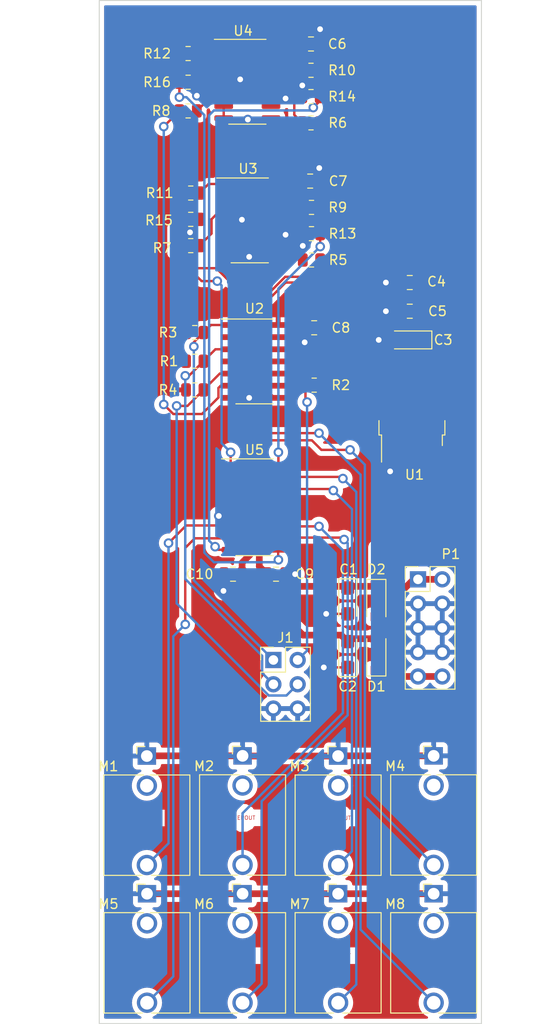
<source format=kicad_pcb>
(kicad_pcb (version 20211014) (generator pcbnew)
  (layers (0 "F.Cu" signal) (31 "B.Cu" signal) (34 "B.Paste" user) (35 "F.Paste" user) (36 "B.SilkS" user "B.Silkscreen") (37 "F.SilkS" user "F.Silkscreen") (38 "B.Mask" user) (39 "F.Mask" user) (44 "Edge.Cuts" user))
  (net 0 "")
  (net 1 "+12V")
  (net 2 "GND")
  (net 3 "-12V")
  (net 4 "+5V")
  (net 5 "Net-(D1-Pad1)")
  (net 6 "Net-(D2-Pad2)")
  (net 7 "/SW1")
  (net 8 "/SW4")
  (net 9 "/SW2")
  (net 10 "/SW3")
  (net 11 "/IN4")
  (net 13 "/IN3")
  (net 15 "/IN2")
  (net 17 "/IN1")
  (net 19 "/OUT4")
  (net 21 "/OUT3")
  (net 23 "/OUT2")
  (net 25 "/OUT1")
  (net 27 "Net-(R5-Pad1)")
  (net 28 "Net-(R5-Pad2)")
  (net 29 "Net-(R6-Pad1)")
  (net 30 "Net-(R6-Pad2)")
  (net 31 "Net-(R7-Pad1)")
  (net 32 "Net-(R7-Pad2)")
  (net 33 "Net-(R8-Pad1)")
  (net 34 "Net-(R8-Pad2)")
  (net 35 "/S2")
  (net 36 "Net-(R9-Pad2)")
  (net 37 "/S4")
  (net 38 "Net-(R10-Pad2)")
  (net 39 "/S1")
  (net 40 "Net-(R11-Pad2)")
  (net 41 "/S3")
  (net 42 "Net-(R12-Pad2)")
  (net 43 "Net-(U3-Pad2)")
  (net 44 "Net-(U3-Pad12)")
  (net 45 "Net-(U4-Pad2)")
  (net 46 "Net-(U4-Pad12)")
  (footprint "Capacitor_SMD:C_0805_2012Metric" (layer "F.Cu") (at 147.5 72.5 180)
    (fp_text reference "C4")
    (fp_text value "100N")
  )
  (footprint "Resistor_SMD:R_0805_2012Metric" (layer "F.Cu") (at 124.575 65.89 180)
    (fp_text reference "R15")
    (fp_text value "22K")
  )
  (footprint "new_kicad:Jack_3.5mm_QingPu_WQP-PJ398SM_Vertical_CircularHolesKEEPOUT" (layer "F.Cu") (at 130 136.42)
    (fp_text reference "M6")
    (fp_text value "AUDIO-JACKERTHENVAR-PJ398")
  )
  (footprint "Resistor_SMD:R_0805_2012Metric" (layer "F.Cu") (at 137.2125 64.64 180)
    (fp_text reference "R9")
    (fp_text value "1K")
  )
  (footprint "Resistor_SMD:R_0805_2012Metric" (layer "F.Cu") (at 137.1625 55.8)
    (fp_text reference "R6")
    (fp_text value "1K")
  )
  (footprint "Resistor_SMD:R_0805_2012Metric" (layer "F.Cu") (at 124.995 83.73)
    (fp_text reference "R4")
    (fp_text value "4.7M")
  )
  (footprint "Connector_PinHeader_2.54mm:PinHeader_2x05_P2.54mm_Vertical" (layer "F.Cu") (at 148.36 103.54)
    (fp_text reference "P1")
    (fp_text value "CONN_02X05")
  )
  (footprint "Capacitor_SMD:C_0805_2012Metric" (layer "F.Cu") (at 137.1625 47.55 180)
    (fp_text reference "C6")
    (fp_text value "100NF")
  )
  (footprint "Package_SO:SOIC-14_3.9x8.7mm_P1.27mm" (layer "F.Cu") (at 130.5 51.5)
    (fp_text reference "U4")
    (fp_text value "4013")
  )
  (footprint "Capacitor_Tantalum_SMD:CP_EIA-3216-18_Kemet-A" (layer "F.Cu") (at 147.5 78.5 180)
    (fp_text reference "C3")
    (fp_text value "10u")
  )
  (footprint "Resistor_SMD:R_0805_2012Metric" (layer "F.Cu") (at 137.2125 70.14)
    (fp_text reference "R5")
    (fp_text value "1K")
  )
  (footprint "Resistor_SMD:R_0805_2012Metric" (layer "F.Cu") (at 124.3 51.55 180)
    (fp_text reference "R16")
    (fp_text value "22K")
  )
  (footprint "new_kicad:Jack_3.5mm_QingPu_WQP-PJ398SM_Vertical_CircularHolesKEEPOUT" (layer "F.Cu") (at 150 122)
    (fp_text reference "M4")
    (fp_text value "AUDIO-JACKERTHENVAR-PJ398")
  )
  (footprint "Resistor_SMD:R_0805_2012Metric" (layer "F.Cu") (at 124.575 63.14)
    (fp_text reference "R11")
    (fp_text value "1K")
  )
  (footprint "Resistor_SMD:R_0805_2012Metric" (layer "F.Cu") (at 137.1625 50.3 180)
    (fp_text reference "R10")
    (fp_text value "1K")
  )
  (footprint "new_kicad:Jack_3.5mm_QingPu_WQP-PJ398SM_Vertical_CircularHolesKEEPOUT" (layer "F.Cu") (at 140 136.42)
    (fp_text reference "M7")
    (fp_text value "AUDIO-JACKERTHENVAR-PJ398")
  )
  (footprint "new_kicad:Jack_3.5mm_QingPu_WQP-PJ398SM_Vertical_CircularHolesKEEPOUT" (layer "F.Cu") (at 130 122)
    (fp_text reference "M2")
    (fp_text value "AUDIO-JACKERTHENVAR-PJ398")
  )
  (footprint "Resistor_SMD:R_0805_2012Metric" (layer "F.Cu") (at 124.995 80.73)
    (fp_text reference "R1")
    (fp_text value "4.7M")
  )
  (footprint "Capacitor_SMD:C_0805_2012Metric" (layer "F.Cu") (at 137.495 77.23)
    (fp_text reference "C8")
    (fp_text value "100NF")
  )
  (footprint "Resistor_SMD:R_0805_2012Metric" (layer "F.Cu") (at 137.495 83.23 180)
    (fp_text reference "R2")
    (fp_text value "4.7M")
  )
  (footprint "new_kicad:Jack_3.5mm_QingPu_WQP-PJ398SM_Vertical_CircularHolesKEEPOUT" (layer "F.Cu") (at 120 136.42)
    (fp_text reference "M5")
    (fp_text value "AUDIO-JACKERTHENVAR-PJ398")
  )
  (footprint "new_kicad:Jack_3.5mm_QingPu_WQP-PJ398SM_Vertical_CircularHolesKEEPOUT" (layer "F.Cu") (at 150 136.42)
    (fp_text reference "M8")
    (fp_text value "AUDIO-JACKERTHENVAR-PJ398")
  )
  (footprint "new_kicad:Jack_3.5mm_QingPu_WQP-PJ398SM_Vertical_CircularHolesKEEPOUT" (layer "F.Cu") (at 140 122.02)
    (fp_text reference "M3")
    (fp_text value "AUDIO-JACKERTHENVAR-PJ398")
  )
  (footprint "Diode_SMD:D_SOD-123" (layer "F.Cu") (at 144 111.4 90)
    (fp_text reference "D1")
    (fp_text value "1N5819")
  )
  (footprint "Package_SO:SOIC-14_3.9x8.7mm_P1.27mm" (layer "F.Cu") (at 131.25 80.75)
    (fp_text reference "U2")
    (fp_text value "40106")
  )
  (footprint "Resistor_SMD:R_0805_2012Metric" (layer "F.Cu") (at 124.3 48.55)
    (fp_text reference "R12")
    (fp_text value "1K")
  )
  (footprint "new_kicad:Jack_3.5mm_QingPu_WQP-PJ398SM_Vertical_CircularHolesKEEPOUT" (layer "F.Cu") (at 119.98 122.02)
    (fp_text reference "M1")
    (fp_text value "AUDIO-JACKERTHENVAR-PJ398")
  )
  (footprint "Resistor_SMD:R_0805_2012Metric" (layer "F.Cu") (at 124.3 54.55 180)
    (fp_text reference "R8")
    (fp_text value "1K")
  )
  (footprint "Diode_SMD:D_SOD-123" (layer "F.Cu") (at 144 105.8 -90)
    (fp_text reference "D2")
    (fp_text value "1N5819")
  )
  (footprint "Package_SO:SOIC-16_3.9x9.9mm_P1.27mm" (layer "F.Cu") (at 131.25 96)
    (fp_text reference "U5")
    (fp_text value "ADG412BNZ")
  )
  (footprint "Package_SO:SOIC-14_3.9x8.7mm_P1.27mm" (layer "F.Cu") (at 130.75 66)
    (fp_text reference "U3")
    (fp_text value "4013")
  )
  (footprint "Capacitor_SMD:C_0805_2012Metric" (layer "F.Cu") (at 133.5 103 180)
    (fp_text reference "C9")
    (fp_text value "100NF")
  )
  (footprint "Resistor_SMD:R_0805_2012Metric" (layer "F.Cu") (at 137.2125 67.39)
    (fp_text reference "R13")
    (fp_text value "22K")
  )
  (footprint "Resistor_SMD:R_0805_2012Metric" (layer "F.Cu") (at 137.1625 53.05)
    (fp_text reference "R14")
    (fp_text value "22K")
  )
  (footprint "Capacitor_Tantalum_SMD:CP_EIA-3216-18_Kemet-A" (layer "F.Cu") (at 141 105.8 -90)
    (fp_text reference "C1")
    (fp_text value "10u")
  )
  (footprint "Capacitor_SMD:C_0805_2012Metric" (layer "F.Cu") (at 129 103)
    (fp_text reference "C10")
    (fp_text value "100NF")
  )
  (footprint "Connector_PinHeader_2.54mm:PinHeader_2x03_P2.54mm_Vertical" (layer "F.Cu") (at 133.225 111.975)
    (fp_text reference "J1")
    (fp_text value "Conn_02x03_Odd_Even")
  )
  (footprint "Capacitor_SMD:C_0805_2012Metric" (layer "F.Cu") (at 137.075 61.89 180)
    (fp_text reference "C7")
    (fp_text value "100NF")
  )
  (footprint "Capacitor_SMD:C_0805_2012Metric" (layer "F.Cu") (at 147.5 75.5)
    (fp_text reference "C5")
    (fp_text value "100NF")
  )
  (footprint "Package_TO_SOT_SMD:TO-252-2" (layer "F.Cu") (at 147.725 85.975 90)
    (fp_text reference "U1")
    (fp_text value "LM1117-5.0")
  )
  (footprint "Capacitor_Tantalum_SMD:CP_EIA-3216-18_Kemet-A" (layer "F.Cu") (at 141 111.4 90)
    (fp_text reference "C2")
    (fp_text value "10u")
  )
  (footprint "Resistor_SMD:R_0805_2012Metric" (layer "F.Cu") (at 124.575 68.64 180)
    (fp_text reference "R7")
    (fp_text value "1K")
  )
  (footprint "Resistor_SMD:R_0805_2012Metric" (layer "F.Cu") (at 124.995 77.73)
    (fp_text reference "R3")
    (fp_text value "4.7M")
  )
  (gr_line locked (start 155 150) (end 155 43) (layer "Edge.Cuts") (width 0.1))
  (gr_line locked (start 115 43) (end 115 150) (layer "Edge.Cuts") (width 0.1))
  (gr_line locked (start 115 150) (end 155 150) (layer "Edge.Cuts") (width 0.1))
  (gr_line locked (start 155 43) (end 115 43) (layer "Edge.Cuts") (width 0.1))
  (segment (start 144 100.25) (end 144 104.15) (width 0.7) (layer "F.Cu") (net 1))
  (segment (start 133.825 104.275) (end 132.55 103) (width 0.7) (layer "F.Cu") (net 1))
  (segment (start 143.875 104.275) (end 133.825 104.275) (width 0.7) (layer "F.Cu") (net 1))
  (segment (start 131.75 96.645051) (end 133.030051 95.365) (width 0.7) (layer "F.Cu") (net 1))
  (segment (start 132.55 103) (end 131.75 102.2) (width 0.7) (layer "F.Cu") (net 1))
  (segment (start 150.005 90.175) (end 150.005 94.245) (width 0.7) (layer "F.Cu") (net 1))
  (segment (start 150.005 94.245) (end 144 100.25) (width 0.7) (layer "F.Cu") (net 1))
  (segment (start 144 104.15) (end 143.875 104.275) (width 0.7) (layer "F.Cu") (net 1))
  (segment (start 131.75 102.2) (end 131.75 96.645051) (width 0.7) (layer "F.Cu") (net 1))
  (segment (start 133.030051 95.365) (end 133.725 95.365) (width 0.7) (layer "F.Cu") (net 1))
  (segment (start 132.975 52.77) (end 134.02 52.77) (width 0.25) (layer "F.Cu") (net 2))
  (segment (start 127.786508 96.635) (end 127.510754 96.910754) (width 0.25) (layer "F.Cu") (net 2))
  (segment (start 128.05 104.7) (end 128 104.75) (width 0.25) (layer "F.Cu") (net 2))
  (segment (start 128.025 54.04) (end 128.025 55.31) (width 0.25) (layer "F.Cu") (net 2))
  (segment (start 146.55 72.5) (end 145 72.5) (width 0.25) (layer "F.Cu") (net 2))
  (segment (start 145.445 90.175) (end 145.445 92.25) (width 0.25) (layer "F.Cu") (net 2))
  (segment (start 128.275 66) (end 129.858578 66) (width 0.25) (layer "F.Cu") (net 2))
  (segment (start 146.15 78.5) (end 144.25 78.5) (width 0.25) (layer "F.Cu") (net 2))
  (segment (start 128.025 55.31) (end 130.41 55.31) (width 0.25) (layer "F.Cu") (net 2))
  (segment (start 134.45 103) (end 135.5 103) (width 0.25) (layer "F.Cu") (net 2))
  (segment (start 128.775 96.635) (end 127.786508 96.635) (width 0.25) (layer "F.Cu") (net 2))
  (segment (start 136.18 67.27) (end 136.3 67.39) (width 0.25) (layer "F.Cu") (net 2))
  (segment (start 134.02 52.77) (end 134.5 53.25) (width 0.25) (layer "F.Cu") (net 2))
  (segment (start 146.55 75.5) (end 145 75.5) (width 0.25) (layer "F.Cu") (net 2))
  (segment (start 136.25 53.05) (end 136.25 51.8875) (width 0.25) (layer "F.Cu") (net 2))
  (segment (start 128.05 103) (end 128.05 104.7) (width 0.25) (layer "F.Cu") (net 2))
  (segment (start 136.545 77.23) (end 136.545 78.705) (width 0.25) (layer "F.Cu") (net 2))
  (segment (start 125.2125 51.55) (end 125.2125 52.7125) (width 0.25) (layer "F.Cu") (net 2))
  (segment (start 125.4875 66.2625) (end 124.5 67.25) (width 0.25) (layer "F.Cu") (net 2))
  (segment (start 150 122) (end 140.02 122) (width 0.7) (layer "F.Cu") (net 2))
  (segment (start 130 122) (end 120 122) (width 0.7) (layer "F.Cu") (net 2))
  (segment (start 133.225 67.27) (end 134.27 67.27) (width 0.25) (layer "F.Cu") (net 2))
  (segment (start 130 136.42) (end 140 136.42) (width 0.7) (layer "F.Cu") (net 2))
  (segment (start 130.02 122.02) (end 130 122) (width 0.7) (layer "F.Cu") (net 2))
  (segment (start 128.275 68.54) (end 128.275 69.81) (width 0.25) (layer "F.Cu") (net 2))
  (segment (start 125.2125 52.7125) (end 125.2125 52.9625) (width 0.25) (layer "F.Cu") (net 2))
  (segment (start 130.41 55.31) (end 130.55 55.45) (width 0.25) (layer "F.Cu") (net 2))
  (segment (start 129.5 51.5) (end 129.75 51.25) (width 0.25) (layer "F.Cu") (net 2))
  (segment (start 128.165 65.89) (end 128.275 66) (width 0.25) (layer "F.Cu") (net 2))
  (segment (start 136.3 68.6625) (end 136.3 67.39) (width 0.25) (layer "F.Cu") (net 2))
  (segment (start 140.02 122) (end 140 122.02) (width 0.7) (layer "F.Cu") (net 2))
  (segment (start 138.1125 47.55) (end 138.1125 46) (width 0.25) (layer "F.Cu") (net 2))
  (segment (start 120 136.42) (end 130 136.42) (width 0.7) (layer "F.Cu") (net 2))
  (segment (start 130.69 84.56) (end 128.775 84.56) (width 0.25) (layer "F.Cu") (net 2))
  (segment (start 141 112.75) (end 138.5 112.75) (width 0.25) (layer "F.Cu") (net 2))
  (segment (start 128.025 51.5) (end 129.5 51.5) (width 0.25) (layer "F.Cu") (net 2))
  (segment (start 129.858578 66) (end 129.929289 65.929289) (width 0.25) (layer "F.Cu") (net 2))
  (segment (start 140 136.42) (end 150 136.42) (width 0.7) (layer "F.Cu") (net 2))
  (segment (start 130.69 55.31) (end 130.55 55.45) (width 0.25) (layer "F.Cu") (net 2))
  (segment (start 120 122) (end 119.98 122.02) (width 0.7) (layer "F.Cu") (net 2))
  (segment (start 141 107.15) (end 138.75 107.15) (width 0.25) (layer "F.Cu") (net 2))
  (segment (start 128.275 69.81) (end 130.69 69.81) (width 0.25) (layer "F.Cu") (net 2))
  (segment (start 134.27 67.27) (end 134.5 67.5) (width 0.25) (layer "F.Cu") (net 2))
  (segment (start 136.545 78.705) (end 136.5 78.75) (width 0.25) (layer "F.Cu") (net 2))
  (segment (start 130.69 84.56) (end 130.75 84.5) (width 0.25) (layer "F.Cu") (net 2))
  (segment (start 130.69 69.81) (end 133.225 69.81) (width 0.25) (layer "F.Cu") (net 2))
  (segment (start 140 122.02) (end 130.02 122.02) (width 0.7) (layer "F.Cu") (net 2))
  (segment (start 138.025 61.89) (end 138.025 60.525) (width 0.25) (layer "F.Cu") (net 2))
  (segment (start 132.975 55.31) (end 130.69 55.31) (width 0.25) (layer "F.Cu") (net 2))
  (segment (start 125.4875 65.89) (end 125.4875 66.2625) (width 0.25) (layer "F.Cu") (net 2))
  (via (at 136.25 51.8875) (size 1) (drill 0.6) (layers "F.Cu" "B.Cu") (net 2))
  (via (at 144.25 78.5) (size 1) (drill 0.6) (layers "F.Cu" "B.Cu") (net 2))
  (via (at 145 75.5) (size 1) (drill 0.6) (layers "F.Cu" "B.Cu") (net 2))
  (via (at 145 72.5) (size 1) (drill 0.6) (layers "F.Cu" "B.Cu") (net 2))
  (via (at 127.510754 96.910754) (size 1) (drill 0.6) (layers "F.Cu" "B.Cu") (net 2))
  (via (at 134.5 53.25) (size 1) (drill 0.6) (layers "F.Cu" "B.Cu") (net 2))
  (via (at 134.5 67.5) (size 1) (drill 0.6) (layers "F.Cu" "B.Cu") (net 2))
  (via (at 135.5 103) (size 1) (drill 0.6) (layers "F.Cu" "B.Cu") (net 2))
  (via (at 130.69 69.81) (size 1) (drill 0.6) (layers "F.Cu" "B.Cu") (net 2))
  (via (at 130.69 84.56) (size 1) (drill 0.6) (layers "F.Cu" "B.Cu") (net 2))
  (via (at 138.1125 46) (size 1) (drill 0.6) (layers "F.Cu" "B.Cu") (net 2))
  (via (at 125.2125 52.9625) (size 1) (drill 0.6) (layers "F.Cu" "B.Cu") (net 2))
  (via (at 136.3 68.6625) (size 1) (drill 0.6) (layers "F.Cu" "B.Cu") (net 2))
  (via (at 136.5 78.75) (size 1) (drill 0.6) (layers "F.Cu" "B.Cu") (net 2))
  (via (at 138.75 107.15) (size 1) (drill 0.6) (layers "F.Cu" "B.Cu") (net 2))
  (via (at 130.55 55.45) (size 1) (drill 0.6) (layers "F.Cu" "B.Cu") (net 2))
  (via (at 145.445 92.25) (size 1) (drill 0.6) (layers "F.Cu" "B.Cu") (net 2))
  (via (at 129.929289 65.929289) (size 1) (drill 0.6) (layers "F.Cu" "B.Cu") (net 2))
  (via (at 129.75 51.25) (size 1) (drill 0.6) (layers "F.Cu" "B.Cu") (net 2))
  (via (at 124.5 67.25) (size 1) (drill 0.6) (layers "F.Cu" "B.Cu") (net 2))
  (via (at 138.5 112.75) (size 1) (drill 0.6) (layers "F.Cu" "B.Cu") (net 2))
  (via (at 138.025 60.525) (size 1) (drill 0.6) (layers "F.Cu" "B.Cu") (net 2))
  (via (at 128 104.75) (size 1) (drill 0.6) (layers "F.Cu" "B.Cu") (net 2))
  (segment (start 130.75 101) (end 130.75 96.645051) (width 0.7) (layer "F.Cu") (net 3))
  (segment (start 130.75 96.645051) (end 129.469949 95.365) (width 0.7) (layer "F.Cu") (net 3))
  (segment (start 129.95 101.8) (end 130.75 101) (width 0.7) (layer "F.Cu") (net 3))
  (segment (start 129.469949 95.365) (end 128.775 95.365) (width 0.7) (layer "F.Cu") (net 3))
  (segment (start 141 110.05) (end 140.325 109.375) (width 0.7) (layer "F.Cu") (net 3))
  (segment (start 141.3 109.75) (end 141 110.05) (width 0.7) (layer "F.Cu") (net 3))
  (segment (start 136.325 109.375) (end 129.95 103) (width 0.7) (layer "F.Cu") (net 3))
  (segment (start 129.95 103) (end 129.95 101.8) (width 0.7) (layer "F.Cu") (net 3))
  (segment (start 144 109.75) (end 141.3 109.75) (width 0.7) (layer "F.Cu") (net 3))
  (segment (start 140.325 109.375) (end 136.325 109.375) (width 0.7) (layer "F.Cu") (net 3))
  (segment (start 136.125 61.89) (end 133.525 61.89) (width 0.25) (layer "F.Cu") (net 4))
  (segment (start 133.525 61.89) (end 133.225 62.19) (width 0.25) (layer "F.Cu") (net 4))
  (segment (start 136.2125 47.55) (end 133.115 47.55) (width 0.25) (layer "F.Cu") (net 4))
  (segment (start 133.115 47.55) (end 132.975 47.69) (width 0.25) (layer "F.Cu") (net 4))
  (segment (start 144.65 113.7) (end 144 113.05) (width 0.7) (layer "F.Cu") (net 5))
  (segment (start 150.9 113.7) (end 144.65 113.7) (width 0.7) (layer "F.Cu") (net 5))
  (segment (start 150.9 103.54) (end 147.91 103.54) (width 0.7) (layer "F.Cu") (net 6))
  (segment (start 147.91 103.54) (end 144 107.45) (width 0.7) (layer "F.Cu") (net 6))
  (segment (start 125.9075 77.73) (end 126.6975 76.94) (width 0.25) (layer "F.Cu") (net 7))
  (segment (start 126.6975 76.94) (end 128.775 76.94) (width 0.25) (layer "F.Cu") (net 7))
  (segment (start 124.9 78.7375) (end 124.9 79.2) (width 0.25) (layer "F.Cu") (net 7))
  (segment (start 125.9075 77.73) (end 124.9 78.7375) (width 0.25) (layer "F.Cu") (net 7))
  (via (at 124.9 79.2) (size 1) (drill 0.6) (layers "F.Cu" "B.Cu") (net 7))
  (segment (start 124.9 103.65) (end 124.9 79.2) (width 0.25) (layer "B.Cu") (net 7))
  (segment (start 133.225 111.975) (end 124.9 103.65) (width 0.25) (layer "B.Cu") (net 7))
  (segment (start 136.5825 83.23) (end 136.5825 84.8325) (width 0.25) (layer "F.Cu") (net 8))
  (segment (start 136.5825 84.8325) (end 136.75 85) (width 0.25) (layer "F.Cu") (net 8))
  (segment (start 136.5825 83.23) (end 133.785 83.23) (width 0.25) (layer "F.Cu") (net 8))
  (segment (start 133.785 83.23) (end 133.725 83.29) (width 0.25) (layer "F.Cu") (net 8))
  (via (at 136.75 85) (size 1) (drill 0.6) (layers "F.Cu" "B.Cu") (net 8))
  (segment (start 136.75 110.99) (end 136.75 85) (width 0.25) (layer "B.Cu") (net 8))
  (segment (start 135.765 111.975) (end 136.75 110.99) (width 0.25) (layer "B.Cu") (net 8))
  (segment (start 124 82.25) (end 124.3875 82.25) (width 0.25) (layer "F.Cu") (net 9))
  (segment (start 127.1575 79.48) (end 128.775 79.48) (width 0.25) (layer "F.Cu") (net 9))
  (segment (start 124.3875 82.25) (end 125.9075 80.73) (width 0.25) (layer "F.Cu") (net 9))
  (segment (start 125.9075 80.73) (end 127.1575 79.48) (width 0.25) (layer "F.Cu") (net 9))
  (via (at 124 82.25) (size 1) (drill 0.6) (layers "F.Cu" "B.Cu") (net 9))
  (segment (start 133.225 114.515) (end 132.05 113.34) (width 0.25) (layer "B.Cu") (net 9))
  (segment (start 132.05 113.34) (end 132.05 111.55) (width 0.25) (layer "B.Cu") (net 9))
  (segment (start 132.05 111.55) (end 124 103.5) (width 0.25) (layer "B.Cu") (net 9))
  (segment (start 124 103.5) (end 124 82.25) (width 0.25) (layer "B.Cu") (net 9))
  (segment (start 127.6175 82.02) (end 128.775 82.02) (width 0.25) (layer "F.Cu") (net 10))
  (segment (start 124.2375 85.4) (end 123.1 85.4) (width 0.25) (layer "F.Cu") (net 10))
  (segment (start 125.9075 83.73) (end 124.2375 85.4) (width 0.25) (layer "F.Cu") (net 10))
  (segment (start 125.9075 83.73) (end 127.6175 82.02) (width 0.25) (layer "F.Cu") (net 10))
  (via (at 123.1 85.4) (size 1) (drill 0.6) (layers "F.Cu" "B.Cu") (net 10))
  (segment (start 134.59 115.69) (end 132.738299 115.69) (width 0.25) (layer "B.Cu") (net 10))
  (segment (start 132.738299 115.69) (end 123.1 106.051701) (width 0.25) (layer "B.Cu") (net 10))
  (segment (start 135.765 114.515) (end 134.59 115.69) (width 0.25) (layer "B.Cu") (net 10))
  (segment (start 123.1 106.051701) (end 123.1 85.4) (width 0.25) (layer "B.Cu") (net 10))
  (segment (start 128.775 97.905) (end 124.095 97.905) (width 0.25) (layer "F.Cu") (net 11))
  (segment (start 124.095 97.905) (end 122.25 99.75) (width 0.25) (layer "F.Cu") (net 11))
  (via (at 122.25 99.75) (size 1) (drill 0.6) (layers "F.Cu" "B.Cu") (net 11))
  (segment (start 122.25 131.15) (end 122.25 99.75) (width 0.25) (layer "B.Cu") (net 11))
  (segment (start 119.98 133.42) (end 122.25 131.15) (width 0.25) (layer "B.Cu") (net 11))
  (segment (start 133.82 98) (end 133.725 97.905) (width 0.25) (layer "F.Cu") (net 13))
  (segment (start 138 98) (end 133.82 98) (width 0.25) (layer "F.Cu") (net 13))
  (via (at 138 98) (size 1) (drill 0.6) (layers "F.Cu" "B.Cu") (net 13))
  (segment (start 140.5 117.5) (end 140.5 100.5) (width 0.25) (layer "B.Cu") (net 13))
  (segment (start 130 133.4) (end 130 128) (width 0.25) (layer "B.Cu") (net 13))
  (segment (start 130 128) (end 140.5 117.5) (width 0.25) (layer "B.Cu") (net 13))
  (segment (start 140.5 100.5) (end 138 98) (width 0.25) (layer "B.Cu") (net 13))
  (segment (start 139.345 94.095) (end 133.725 94.095) (width 0.25) (layer "F.Cu") (net 15))
  (segment (start 139.5 94.25) (end 139.345 94.095) (width 0.25) (layer "F.Cu") (net 15))
  (via (at 139.5 94.25) (size 1) (drill 0.6) (layers "F.Cu" "B.Cu") (net 15))
  (segment (start 141.449501 131.970499) (end 141.449501 96.199501) (width 0.25) (layer "B.Cu") (net 15))
  (segment (start 140 133.42) (end 141.449501 131.970499) (width 0.25) (layer "B.Cu") (net 15))
  (segment (start 141.449501 96.199501) (end 139.5 94.25) (width 0.25) (layer "B.Cu") (net 15))
  (segment (start 138.25 90) (end 137.25 89) (width 0.25) (layer "F.Cu") (net 17))
  (segment (start 131 93.25) (end 130.155 94.095) (width 0.25) (layer "F.Cu") (net 17))
  (segment (start 131 90) (end 131 93.25) (width 0.25) (layer "F.Cu") (net 17))
  (segment (start 137.25 89) (end 132 89) (width 0.25) (layer "F.Cu") (net 17))
  (segment (start 141.25 90) (end 138.25 90) (width 0.25) (layer "F.Cu") (net 17))
  (segment (start 132 89) (end 131 90) (width 0.25) (layer "F.Cu") (net 17))
  (segment (start 130.155 94.095) (end 128.775 94.095) (width 0.25) (layer "F.Cu") (net 17))
  (via (at 141.25 90) (size 1) (drill 0.6) (layers "F.Cu" "B.Cu") (net 17))
  (segment (start 142.798004 126.198004) (end 142.798004 91.548004) (width 0.25) (layer "B.Cu") (net 17))
  (segment (start 150 133.4) (end 142.798004 126.198004) (width 0.25) (layer "B.Cu") (net 17))
  (segment (start 142.798004 91.548004) (end 141.25 90) (width 0.25) (layer "B.Cu") (net 17))
  (segment (start 124 100.25) (end 124 108.25) (width 0.25) (layer "F.Cu") (net 19))
  (segment (start 128.398249 99.175) (end 128.323249 99.25) (width 0.25) (layer "F.Cu") (net 19))
  (segment (start 128.323249 99.25) (end 125 99.25) (width 0.25) (layer "F.Cu") (net 19))
  (segment (start 125 99.25) (end 124 100.25) (width 0.25) (layer "F.Cu") (net 19))
  (segment (start 128.775 99.175) (end 128.398249 99.175) (width 0.25) (layer "F.Cu") (net 19))
  (via (at 124 108.25) (size 1) (drill 0.6) (layers "F.Cu" "B.Cu") (net 19))
  (segment (start 122.75 109.5) (end 124 108.25) (width 0.25) (layer "B.Cu") (net 19))
  (segment (start 122.75 145.07) (end 122.75 109.5) (width 0.25) (layer "B.Cu") (net 19))
  (segment (start 120 147.82) (end 122.75 145.07) (width 0.25) (layer "B.Cu") (net 19))
  (segment (start 133.725 99.175) (end 140.425 99.175) (width 0.25) (layer "F.Cu") (net 21))
  (segment (start 140.425 99.175) (end 140.625 99.375) (width 0.25) (layer "F.Cu") (net 21))
  (via (at 140.625 99.375) (size 1) (drill 0.6) (layers "F.Cu" "B.Cu") (net 21))
  (segment (start 132 145.82) (end 132 126.75) (width 0.25) (layer "B.Cu") (net 21))
  (segment (start 141 99.75) (end 140.625 99.375) (width 0.25) (layer "B.Cu") (net 21))
  (segment (start 130 147.82) (end 132 145.82) (width 0.25) (layer "B.Cu") (net 21))
  (segment (start 141 117.75) (end 141 99.75) (width 0.25) (layer "B.Cu") (net 21))
  (segment (start 132 126.75) (end 141 117.75) (width 0.25) (layer "B.Cu") (net 21))
  (segment (start 140.5 93) (end 140.325 92.825) (width 0.25) (layer "F.Cu") (net 23))
  (segment (start 140.325 92.825) (end 133.725 92.825) (width 0.25) (layer "F.Cu") (net 23))
  (via (at 140.5 93) (size 1) (drill 0.6) (layers "F.Cu" "B.Cu") (net 23))
  (segment (start 140 147.82) (end 141.899002 145.920998) (width 0.25) (layer "B.Cu") (net 23))
  (segment (start 141.899002 145.920998) (end 141.899002 94.399002) (width 0.25) (layer "B.Cu") (net 23))
  (segment (start 141.899002 94.399002) (end 140.5 93) (width 0.25) (layer "B.Cu") (net 23))
  (segment (start 130.5 92.5) (end 130.175 92.825) (width 0.25) (layer "F.Cu") (net 25))
  (segment (start 138 88.25) (end 132 88.25) (width 0.25) (layer "F.Cu") (net 25))
  (segment (start 130.5 89.75) (end 130.5 92.5) (width 0.25) (layer "F.Cu") (net 25))
  (segment (start 130.175 92.825) (end 128.775 92.825) (width 0.25) (layer "F.Cu") (net 25))
  (segment (start 132 88.25) (end 130.5 89.75) (width 0.25) (layer "F.Cu") (net 25))
  (via (at 138 88.25) (size 1) (drill 0.6) (layers "F.Cu" "B.Cu") (net 25))
  (segment (start 150 147.82) (end 142.348503 140.168503) (width 0.25) (layer "B.Cu") (net 25))
  (segment (start 142.348503 92.598503) (end 138 88.25) (width 0.25) (layer "B.Cu") (net 25))
  (segment (start 142.348503 140.168503) (end 142.348503 92.598503) (width 0.25) (layer "B.Cu") (net 25))
  (segment (start 134.5 66) (end 133.225 66) (width 0.25) (layer "F.Cu") (net 27))
  (segment (start 136.3 70.14) (end 135.3875 69.2275) (width 0.25) (layer "F.Cu") (net 27))
  (segment (start 135.3875 69.2275) (end 135.3875 66.75) (width 0.25) (layer "F.Cu") (net 27))
  (segment (start 135.3875 66.75) (end 134.6375 66) (width 0.25) (layer "F.Cu") (net 27))
  (segment (start 131.300499 78.601252) (end 131.300499 75.063811) (width 0.25) (layer "F.Cu") (net 28))
  (segment (start 137.7125 71.9) (end 138.1 71.5125) (width 0.25) (layer "F.Cu") (net 28))
  (segment (start 131.300499 75.063811) (end 134.46431 71.9) (width 0.25) (layer "F.Cu") (net 28))
  (segment (start 138.1 71.5) (end 138.125 71.475) (width 0.25) (layer "F.Cu") (net 28))
  (segment (start 134.46431 71.9) (end 137.7125 71.9) (width 0.25) (layer "F.Cu") (net 28))
  (segment (start 128.775 80.75) (end 129.151751 80.75) (width 0.25) (layer "F.Cu") (net 28))
  (segment (start 129.151751 80.75) (end 131.300499 78.601252) (width 0.25) (layer "F.Cu") (net 28))
  (segment (start 138.125 71.475) (end 138.125 70.14) (width 0.25) (layer "F.Cu") (net 28))
  (segment (start 134.6125 51.5) (end 135.4125 52.3) (width 0.25) (layer "F.Cu") (net 29))
  (segment (start 135.4125 54.9625) (end 136.25 55.8) (width 0.25) (layer "F.Cu") (net 29))
  (segment (start 135.4125 52.3) (end 135.4125 54.9625) (width 0.25) (layer "F.Cu") (net 29))
  (segment (start 132.975 51.5) (end 134.6125 51.5) (width 0.25) (layer "F.Cu") (net 29))
  (segment (start 133.348249 84.56) (end 133.725 84.56) (width 0.25) (layer "F.Cu") (net 30))
  (segment (start 138.9125 55.8) (end 139.6125 56.5) (width 0.25) (layer "F.Cu") (net 30))
  (segment (start 138.075 55.8) (end 138.9125 55.8) (width 0.25) (layer "F.Cu") (net 30))
  (segment (start 131.75 82.961751) (end 133.348249 84.56) (width 0.25) (layer "F.Cu") (net 30))
  (segment (start 134.5 72.5) (end 131.75 75.25) (width 0.25) (layer "F.Cu") (net 30))
  (segment (start 131.75 75.25) (end 131.75 82.961751) (width 0.25) (layer "F.Cu") (net 30))
  (segment (start 138.35 72.5) (end 134.5 72.5) (width 0.25) (layer "F.Cu") (net 30))
  (segment (start 139.6125 56.5) (end 139.6125 71.25) (width 0.25) (layer "F.Cu") (net 30))
  (segment (start 139.6 71.25) (end 138.35 72.5) (width 0.25) (layer "F.Cu") (net 30))
  (segment (start 126.75 67.3775) (end 126.75 65.878249) (width 0.25) (layer "F.Cu") (net 31))
  (segment (start 126.75 65.878249) (end 127.898249 64.73) (width 0.25) (layer "F.Cu") (net 31))
  (segment (start 125.4875 68.64) (end 126.75 67.3775) (width 0.25) (layer "F.Cu") (net 31))
  (segment (start 127.898249 64.73) (end 128.275 64.73) (width 0.25) (layer "F.Cu") (net 31))
  (segment (start 130.075 73.825) (end 127.25 71) (width 0.25) (layer "F.Cu") (net 32))
  (segment (start 129.151751 78.21) (end 130.075 77.286751) (width 0.25) (layer "F.Cu") (net 32))
  (segment (start 130.075 77.286751) (end 130.075 73.825) (width 0.25) (layer "F.Cu") (net 32))
  (segment (start 127.25 71) (end 125 71) (width 0.25) (layer "F.Cu") (net 32))
  (segment (start 128.775 78.21) (end 129.151751 78.21) (width 0.25) (layer "F.Cu") (net 32))
  (segment (start 123.6625 69.6625) (end 123.6625 68.64) (width 0.25) (layer "F.Cu") (net 32))
  (segment (start 125 71) (end 123.6625 69.6625) (width 0.25) (layer "F.Cu") (net 32))
  (segment (start 127.648249 50.23) (end 128.025 50.23) (width 0.25) (layer "F.Cu") (net 33))
  (segment (start 126.725 51.153249) (end 127.648249 50.23) (width 0.25) (layer "F.Cu") (net 33))
  (segment (start 126.725 53.0375) (end 126.725 51.153249) (width 0.25) (layer "F.Cu") (net 33))
  (segment (start 125.2125 54.55) (end 126.725 53.0375) (width 0.25) (layer "F.Cu") (net 33))
  (segment (start 125.75 86.25) (end 122.75 86.25) (width 0.25) (layer "F.Cu") (net 34))
  (segment (start 128.775 83.29) (end 127.71 83.29) (width 0.25) (layer "F.Cu") (net 34))
  (segment (start 121.75 56.1875) (end 123.3875 54.55) (width 0.25) (layer "F.Cu") (net 34))
  (segment (start 127.475 83.525) (end 127.475 84.525) (width 0.25) (layer "F.Cu") (net 34))
  (segment (start 127.71 83.29) (end 127.475 83.525) (width 0.25) (layer "F.Cu") (net 34))
  (segment (start 122.75 86.25) (end 121.75 85.25) (width 0.25) (layer "F.Cu") (net 34))
  (segment (start 127.475 84.525) (end 125.75 86.25) (width 0.25) (layer "F.Cu") (net 34))
  (via (at 121.75 56.1875) (size 1) (drill 0.6) (layers "F.Cu" "B.Cu") (net 34))
  (via (at 121.75 85.25) (size 1) (drill 0.6) (layers "F.Cu" "B.Cu") (net 34))
  (segment (start 121.75 56.1875) (end 121.75 85.25) (width 0.25) (layer "B.Cu") (net 34))
  (segment (start 138.125 64.64) (end 138.125 67.39) (width 0.25) (layer "F.Cu") (net 35))
  (segment (start 133.75 90.25) (end 133.75 91.53) (width 0.25) (layer "F.Cu") (net 35))
  (segment (start 138.125 67.39) (end 138.125 68.7375) (width 0.25) (layer "F.Cu") (net 35))
  (segment (start 133.75 91.53) (end 133.725 91.555) (width 0.25) (layer "F.Cu") (net 35))
  (via (at 138.125 68.7375) (size 1) (drill 0.6) (layers "F.Cu" "B.Cu") (net 35))
  (via (at 133.75 90.25) (size 1) (drill 0.6) (layers "F.Cu" "B.Cu") (net 35))
  (segment (start 138.125 68.7375) (end 133.8875 72.975) (width 0.25) (layer "B.Cu") (net 35))
  (segment (start 133.9 72.975) (end 133.75 73.125) (width 0.25) (layer "B.Cu") (net 35))
  (segment (start 133.75 73.125) (end 133.75 90.25) (width 0.25) (layer "B.Cu") (net 35))
  (segment (start 136.3 64.64) (end 135.12 63.46) (width 0.25) (layer "F.Cu") (net 36))
  (segment (start 134.9825 63.46) (end 133.225 63.46) (width 0.25) (layer "F.Cu") (net 36))
  (segment (start 127.445 100.445) (end 127.125 100.125) (width 0.25) (layer "F.Cu") (net 37))
  (segment (start 138.075 53.05) (end 138.075 53.525) (width 0.25) (layer "F.Cu") (net 37))
  (segment (start 138.075 53.525) (end 137.4 54.2) (width 0.25) (layer "F.Cu") (net 37))
  (segment (start 128.775 100.445) (end 127.445 100.445) (width 0.25) (layer "F.Cu") (net 37))
  (segment (start 138.075 50.3) (end 138.075 53.05) (width 0.25) (layer "F.Cu") (net 37))
  (via (at 127.125 100.125) (size 1) (drill 0.6) (layers "F.Cu" "B.Cu") (net 37))
  (via (at 137.4 54.2) (size 1) (drill 0.6) (layers "F.Cu" "B.Cu") (net 37))
  (segment (start 127 54.5) (end 137.1 54.5) (width 0.25) (layer "B.Cu") (net 37))
  (segment (start 126.5 99.5) (end 126.5 55) (width 0.25) (layer "B.Cu") (net 37))
  (segment (start 137.1 54.5) (end 137.4 54.2) (width 0.25) (layer "B.Cu") (net 37))
  (segment (start 127.125 100.125) (end 126.5 99.5) (width 0.25) (layer "B.Cu") (net 37))
  (segment (start 126.5 55) (end 127 54.5) (width 0.25) (layer "B.Cu") (net 37))
  (segment (start 132.975 48.96) (end 134.91 48.96) (width 0.25) (layer "F.Cu") (net 38))
  (segment (start 134.91 48.96) (end 136.25 50.3) (width 0.25) (layer "F.Cu") (net 38))
  (segment (start 123.6625 63.14) (end 123.6625 65.89) (width 0.25) (layer "F.Cu") (net 39))
  (segment (start 125.713604 72.35) (end 127.35 72.35) (width 0.25) (layer "F.Cu") (net 39))
  (segment (start 128.75 91.53) (end 128.775 91.555) (width 0.25) (layer "F.Cu") (net 39))
  (segment (start 122.75 69.386396) (end 125.713604 72.35) (width 0.25) (layer "F.Cu") (net 39))
  (segment (start 128.75 90.25) (end 128.75 91.53) (width 0.25) (layer "F.Cu") (net 39))
  (segment (start 122.75 66.8025) (end 122.75 69.386396) (width 0.25) (layer "F.Cu") (net 39))
  (segment (start 123.6625 65.89) (end 122.75 66.8025) (width 0.25) (layer "F.Cu") (net 39))
  (via (at 128.75 90.25) (size 1) (drill 0.6) (layers "F.Cu" "B.Cu") (net 39))
  (via (at 127.35 72.35) (size 1) (drill 0.6) (layers "F.Cu" "B.Cu") (net 39))
  (segment (start 128.75 90.25) (end 127.8 89.3) (width 0.25) (layer "B.Cu") (net 39))
  (segment (start 127.8 89.3) (end 127.8 72.8) (width 0.25) (layer "B.Cu") (net 39))
  (segment (start 127.8 72.8) (end 127.35 72.35) (width 0.25) (layer "B.Cu") (net 39))
  (segment (start 126.4375 62.19) (end 128.275 62.19) (width 0.25) (layer "F.Cu") (net 40))
  (segment (start 125.4875 63.14) (end 126.4375 62.19) (width 0.25) (layer "F.Cu") (net 40))
  (segment (start 133.725 100.445) (end 133.725 101.475) (width 0.25) (layer "F.Cu") (net 41))
  (segment (start 123.3875 51.55) (end 123.387501 53.112499) (width 0.25) (layer "F.Cu") (net 41))
  (segment (start 123.3875 48.55) (end 123.3875 51.55) (width 0.25) (layer "F.Cu") (net 41))
  (segment (start 133.725 101.475) (end 133.75 101.5) (width 0.25) (layer "F.Cu") (net 41))
  (via (at 133.75 101.5) (size 1) (drill 0.6) (layers "F.Cu" "B.Cu") (net 41))
  (via (at 123.387501 53.112499) (size 1) (drill 0.6) (layers "F.Cu" "B.Cu") (net 41))
  (segment (start 123.387501 53.112499) (end 124.125 53.112499) (width 0.25) (layer "B.Cu") (net 41))
  (segment (start 127 101.75) (end 133.5 101.75) (width 0.25) (layer "B.Cu") (net 41))
  (segment (start 126 54.987499) (end 126 100.75) (width 0.25) (layer "B.Cu") (net 41))
  (segment (start 124.125 53.112499) (end 126 54.987499) (width 0.25) (layer "B.Cu") (net 41))
  (segment (start 126 100.75) (end 127 101.75) (width 0.25) (layer "B.Cu") (net 41))
  (segment (start 133.5 101.75) (end 133.75 101.5) (width 0.25) (layer "B.Cu") (net 41))
  (segment (start 126.0725 47.69) (end 128.025 47.69) (width 0.25) (layer "F.Cu") (net 42))
  (segment (start 125.2125 48.55) (end 126.0725 47.69) (width 0.25) (layer "F.Cu") (net 42))
  (segment (start 130.9 64.4) (end 129.96 63.46) (width 0.25) (layer "F.Cu") (net 43))
  (segment (start 128.275 67.27) (end 130.13 67.27) (width 0.25) (layer "F.Cu") (net 43))
  (segment (start 129.96 63.46) (end 128.275 63.46) (width 0.25) (layer "F.Cu") (net 43))
  (segment (start 130.13 67.27) (end 130.9 66.5) (width 0.25) (layer "F.Cu") (net 43))
  (segment (start 130.9 66.5) (end 130.9 64.4) (width 0.25) (layer "F.Cu") (net 43))
  (segment (start 131.7 68) (end 132.24 68.54) (width 0.25) (layer "F.Cu") (net 44))
  (segment (start 131.7 65.3) (end 131.7 68) (width 0.25) (layer "F.Cu") (net 44))
  (segment (start 132.27 64.73) (end 131.7 65.3) (width 0.25) (layer "F.Cu") (net 44))
  (segment (start 132.24 68.54) (end 133.225 68.54) (width 0.25) (layer "F.Cu") (net 44))
  (segment (start 133.225 64.73) (end 132.27 64.73) (width 0.25) (layer "F.Cu") (net 44))
  (segment (start 130.6 49.6) (end 129.96 48.96) (width 0.25) (layer "F.Cu") (net 45))
  (segment (start 128.025 52.77) (end 129.73 52.77) (width 0.25) (layer "F.Cu") (net 45))
  (segment (start 129.96 48.96) (end 128.025 48.96) (width 0.25) (layer "F.Cu") (net 45))
  (segment (start 129.73 52.77) (end 130.6 51.9) (width 0.25) (layer "F.Cu") (net 45))
  (segment (start 130.6 51.9) (end 130.6 49.6) (width 0.25) (layer "F.Cu") (net 45))
  (segment (start 131.675 51.153249) (end 131.675 53.116751) (width 0.25) (layer "F.Cu") (net 46))
  (segment (start 131.675 53.116751) (end 132.598249 54.04) (width 0.25) (layer "F.Cu") (net 46))
  (segment (start 132.598249 54.04) (end 132.975 54.04) (width 0.25) (layer "F.Cu") (net 46))
  (segment (start 132.598249 50.23) (end 131.675 51.153249) (width 0.25) (layer "F.Cu") (net 46))
  (segment (start 132.975 50.23) (end 132.598249 50.23) (width 0.25) (layer "F.Cu") (net 46))
  (zone (net 4) (net_name "+5V") (layer "F.Cu") (connect_pads (clearance 0.508)) (min_thickness 0.254) (fill yes (thermal_gap 0.508) (thermal_bridge_width 0.508))
    (polygon (pts (xy 155 150) (xy 115 150) (xy 115 43) (xy 155 43)))
  )
  (zone (net 2) (net_name "GND") (layer "B.Cu") (connect_pads (clearance 0.508)) (min_thickness 0.254) (fill yes (thermal_gap 0.508) (thermal_bridge_width 0.508))
    (polygon (pts (xy 155 150) (xy 115 150) (xy 115 43) (xy 155 43)))
  )
)
</source>
